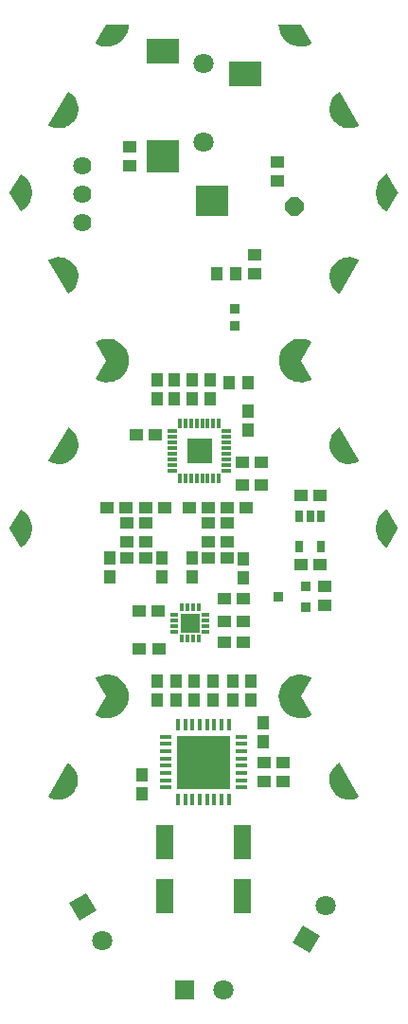
<source format=gbr>
G04 EAGLE Gerber RS-274X export*
G75*
%MOMM*%
%FSLAX34Y34*%
%LPD*%
%INSoldermask Top*%
%IPPOS*%
%AMOC8*
5,1,8,0,0,1.08239X$1,22.5*%
G01*
%ADD10R,0.901600X0.901600*%
%ADD11C,1.625600*%
%ADD12P,1.759533X8X22.500000*%
%ADD13R,1.501600X3.101600*%
%ADD14R,0.421600X1.111600*%
%ADD15R,1.111600X0.421600*%
%ADD16R,4.801600X4.801600*%
%ADD17R,0.941600X0.371600*%
%ADD18R,0.371600X0.941600*%
%ADD19R,2.201600X2.201600*%
%ADD20R,1.101600X1.201600*%
%ADD21R,1.201600X1.101600*%
%ADD22R,0.351600X0.701600*%
%ADD23R,0.701600X0.351600*%
%ADD24R,1.701600X1.701600*%
%ADD25R,0.761600X1.101600*%
%ADD26R,2.901600X2.701600*%
%ADD27R,2.901600X2.301600*%
%ADD28R,2.901600X2.901600*%
%ADD29C,1.801600*%
%ADD30R,1.801600X1.801600*%
%ADD31R,1.801600X1.801600*%
%ADD32C,1.101600*%

G36*
X87369Y130967D02*
X87369Y130967D01*
X87416Y130965D01*
X90454Y131330D01*
X90486Y131341D01*
X90532Y131346D01*
X93472Y132194D01*
X93502Y132210D01*
X93548Y132222D01*
X96314Y133531D01*
X96336Y133548D01*
X96363Y133558D01*
X96415Y133607D01*
X96473Y133650D01*
X96487Y133675D01*
X96508Y133694D01*
X96537Y133760D01*
X96573Y133822D01*
X96576Y133850D01*
X96588Y133876D01*
X96589Y133948D01*
X96598Y134019D01*
X96590Y134046D01*
X96591Y134075D01*
X96555Y134170D01*
X96544Y134210D01*
X96537Y134219D01*
X96533Y134231D01*
X87176Y150482D01*
X96533Y166733D01*
X96542Y166760D01*
X96558Y166784D01*
X96573Y166854D01*
X96596Y166922D01*
X96593Y166950D01*
X96599Y166978D01*
X96586Y167049D01*
X96580Y167120D01*
X96567Y167145D01*
X96561Y167173D01*
X96521Y167233D01*
X96488Y167296D01*
X96466Y167314D01*
X96450Y167338D01*
X96367Y167396D01*
X96335Y167423D01*
X96324Y167426D01*
X96314Y167433D01*
X93548Y168742D01*
X93515Y168750D01*
X93472Y168770D01*
X90532Y169618D01*
X90498Y169621D01*
X90454Y169634D01*
X87416Y169999D01*
X87382Y169996D01*
X87335Y170002D01*
X84278Y169875D01*
X84245Y169867D01*
X84198Y169866D01*
X81201Y169250D01*
X81170Y169237D01*
X81124Y169228D01*
X78264Y168139D01*
X78236Y168121D01*
X78192Y168105D01*
X75544Y166571D01*
X75518Y166549D01*
X75478Y166526D01*
X73110Y164588D01*
X73088Y164561D01*
X73052Y164532D01*
X71025Y162239D01*
X71009Y162210D01*
X70977Y162175D01*
X69345Y159587D01*
X69333Y159555D01*
X69308Y159516D01*
X68112Y156699D01*
X68105Y156666D01*
X68102Y156659D01*
X68098Y156653D01*
X68097Y156647D01*
X68086Y156623D01*
X67358Y153651D01*
X67356Y153617D01*
X67345Y153572D01*
X67102Y150522D01*
X67106Y150493D01*
X67101Y150465D01*
X67103Y150455D01*
X67102Y150442D01*
X67345Y147392D01*
X67354Y147360D01*
X67358Y147313D01*
X68086Y144341D01*
X68101Y144310D01*
X68112Y144265D01*
X69308Y141448D01*
X69327Y141420D01*
X69345Y141377D01*
X70977Y138789D01*
X71001Y138765D01*
X71025Y138725D01*
X73052Y136432D01*
X73079Y136412D01*
X73110Y136376D01*
X75478Y134438D01*
X75508Y134422D01*
X75544Y134393D01*
X78192Y132860D01*
X78224Y132849D01*
X78264Y132825D01*
X81124Y131737D01*
X81157Y131731D01*
X81201Y131714D01*
X84198Y131098D01*
X84232Y131098D01*
X84278Y131089D01*
X87335Y130962D01*
X87369Y130967D01*
G37*
G36*
X87115Y-169261D02*
X87115Y-169261D01*
X87162Y-169263D01*
X90200Y-168898D01*
X90232Y-168887D01*
X90278Y-168882D01*
X93218Y-168034D01*
X93248Y-168018D01*
X93294Y-168006D01*
X96060Y-166697D01*
X96082Y-166680D01*
X96109Y-166670D01*
X96161Y-166621D01*
X96219Y-166578D01*
X96233Y-166553D01*
X96254Y-166534D01*
X96283Y-166468D01*
X96319Y-166406D01*
X96322Y-166378D01*
X96334Y-166352D01*
X96335Y-166280D01*
X96344Y-166209D01*
X96336Y-166182D01*
X96337Y-166153D01*
X96301Y-166058D01*
X96290Y-166018D01*
X96283Y-166009D01*
X96279Y-165997D01*
X86922Y-149746D01*
X96279Y-133495D01*
X96288Y-133468D01*
X96304Y-133444D01*
X96319Y-133374D01*
X96342Y-133306D01*
X96339Y-133278D01*
X96345Y-133250D01*
X96332Y-133180D01*
X96326Y-133108D01*
X96313Y-133083D01*
X96307Y-133055D01*
X96267Y-132995D01*
X96234Y-132932D01*
X96212Y-132914D01*
X96196Y-132890D01*
X96113Y-132832D01*
X96081Y-132805D01*
X96070Y-132802D01*
X96060Y-132795D01*
X93294Y-131486D01*
X93261Y-131478D01*
X93218Y-131458D01*
X90278Y-130610D01*
X90244Y-130607D01*
X90200Y-130594D01*
X87162Y-130229D01*
X87128Y-130232D01*
X87081Y-130226D01*
X84024Y-130353D01*
X83991Y-130361D01*
X83944Y-130362D01*
X80947Y-130978D01*
X80916Y-130991D01*
X80870Y-131001D01*
X78010Y-132089D01*
X77982Y-132107D01*
X77938Y-132124D01*
X75290Y-133657D01*
X75264Y-133679D01*
X75224Y-133702D01*
X72856Y-135640D01*
X72834Y-135667D01*
X72798Y-135696D01*
X70771Y-137989D01*
X70755Y-138018D01*
X70723Y-138053D01*
X69091Y-140641D01*
X69079Y-140673D01*
X69054Y-140712D01*
X67858Y-143529D01*
X67851Y-143562D01*
X67848Y-143569D01*
X67844Y-143575D01*
X67843Y-143581D01*
X67832Y-143605D01*
X67104Y-146577D01*
X67102Y-146611D01*
X67091Y-146656D01*
X66848Y-149706D01*
X66852Y-149735D01*
X66847Y-149763D01*
X66849Y-149773D01*
X66848Y-149786D01*
X67091Y-152836D01*
X67100Y-152868D01*
X67104Y-152915D01*
X67832Y-155887D01*
X67847Y-155918D01*
X67858Y-155963D01*
X69054Y-158780D01*
X69073Y-158808D01*
X69091Y-158851D01*
X70723Y-161439D01*
X70747Y-161463D01*
X70771Y-161503D01*
X72798Y-163796D01*
X72825Y-163816D01*
X72856Y-163852D01*
X75224Y-165790D01*
X75254Y-165806D01*
X75290Y-165835D01*
X77938Y-167369D01*
X77970Y-167379D01*
X78010Y-167403D01*
X80870Y-168492D01*
X80903Y-168497D01*
X80947Y-168514D01*
X83944Y-169130D01*
X83978Y-169130D01*
X84024Y-169139D01*
X87081Y-169266D01*
X87115Y-169261D01*
G37*
G36*
X-84278Y131089D02*
X-84278Y131089D01*
X-84245Y131097D01*
X-84198Y131098D01*
X-81201Y131714D01*
X-81170Y131727D01*
X-81124Y131737D01*
X-78264Y132825D01*
X-78236Y132843D01*
X-78192Y132860D01*
X-75544Y134393D01*
X-75518Y134415D01*
X-75478Y134438D01*
X-73110Y136376D01*
X-73088Y136403D01*
X-73052Y136432D01*
X-71025Y138725D01*
X-71009Y138754D01*
X-70977Y138789D01*
X-69345Y141377D01*
X-69333Y141409D01*
X-69308Y141448D01*
X-68112Y144265D01*
X-68105Y144298D01*
X-68086Y144341D01*
X-67358Y147313D01*
X-67356Y147347D01*
X-67345Y147392D01*
X-67102Y150442D01*
X-67106Y150471D01*
X-67101Y150499D01*
X-67103Y150509D01*
X-67102Y150522D01*
X-67345Y153572D01*
X-67354Y153604D01*
X-67358Y153651D01*
X-68086Y156623D01*
X-68101Y156654D01*
X-68112Y156699D01*
X-69308Y159516D01*
X-69327Y159544D01*
X-69345Y159587D01*
X-70977Y162175D01*
X-71001Y162199D01*
X-71025Y162239D01*
X-73052Y164532D01*
X-73079Y164552D01*
X-73110Y164588D01*
X-75478Y166526D01*
X-75508Y166542D01*
X-75544Y166571D01*
X-78192Y168105D01*
X-78224Y168115D01*
X-78264Y168139D01*
X-81124Y169228D01*
X-81157Y169233D01*
X-81201Y169250D01*
X-84198Y169866D01*
X-84232Y169866D01*
X-84278Y169875D01*
X-87335Y170002D01*
X-87369Y169997D01*
X-87416Y169999D01*
X-90454Y169634D01*
X-90486Y169623D01*
X-90532Y169618D01*
X-93472Y168770D01*
X-93502Y168754D01*
X-93548Y168742D01*
X-96314Y167433D01*
X-96336Y167416D01*
X-96363Y167406D01*
X-96415Y167357D01*
X-96473Y167314D01*
X-96487Y167289D01*
X-96508Y167270D01*
X-96537Y167204D01*
X-96573Y167142D01*
X-96576Y167114D01*
X-96588Y167088D01*
X-96589Y167016D01*
X-96598Y166945D01*
X-96590Y166918D01*
X-96591Y166889D01*
X-96555Y166794D01*
X-96544Y166754D01*
X-96537Y166745D01*
X-96533Y166733D01*
X-87176Y150482D01*
X-96533Y134231D01*
X-96542Y134204D01*
X-96558Y134180D01*
X-96573Y134110D01*
X-96596Y134042D01*
X-96593Y134014D01*
X-96599Y133986D01*
X-96586Y133916D01*
X-96580Y133844D01*
X-96567Y133819D01*
X-96561Y133791D01*
X-96521Y133731D01*
X-96488Y133668D01*
X-96466Y133650D01*
X-96450Y133626D01*
X-96367Y133568D01*
X-96335Y133541D01*
X-96324Y133538D01*
X-96314Y133531D01*
X-93548Y132222D01*
X-93515Y132214D01*
X-93472Y132194D01*
X-90532Y131346D01*
X-90498Y131343D01*
X-90454Y131330D01*
X-87416Y130965D01*
X-87382Y130968D01*
X-87335Y130962D01*
X-84278Y131089D01*
G37*
G36*
X-84532Y-169139D02*
X-84532Y-169139D01*
X-84499Y-169131D01*
X-84452Y-169130D01*
X-81455Y-168514D01*
X-81424Y-168501D01*
X-81378Y-168492D01*
X-78518Y-167403D01*
X-78490Y-167385D01*
X-78446Y-167369D01*
X-75798Y-165835D01*
X-75772Y-165813D01*
X-75732Y-165790D01*
X-73364Y-163852D01*
X-73342Y-163825D01*
X-73306Y-163796D01*
X-71279Y-161503D01*
X-71263Y-161474D01*
X-71231Y-161439D01*
X-69599Y-158851D01*
X-69587Y-158819D01*
X-69562Y-158780D01*
X-68366Y-155963D01*
X-68359Y-155930D01*
X-68340Y-155887D01*
X-67612Y-152915D01*
X-67610Y-152881D01*
X-67599Y-152836D01*
X-67356Y-149786D01*
X-67360Y-149757D01*
X-67355Y-149729D01*
X-67357Y-149719D01*
X-67356Y-149706D01*
X-67599Y-146656D01*
X-67608Y-146624D01*
X-67612Y-146577D01*
X-68340Y-143605D01*
X-68355Y-143574D01*
X-68366Y-143529D01*
X-69562Y-140712D01*
X-69581Y-140684D01*
X-69599Y-140641D01*
X-71231Y-138053D01*
X-71255Y-138029D01*
X-71279Y-137989D01*
X-73306Y-135696D01*
X-73333Y-135676D01*
X-73364Y-135640D01*
X-75732Y-133702D01*
X-75762Y-133686D01*
X-75798Y-133657D01*
X-78446Y-132124D01*
X-78478Y-132113D01*
X-78518Y-132089D01*
X-81378Y-131001D01*
X-81411Y-130995D01*
X-81455Y-130978D01*
X-84452Y-130362D01*
X-84486Y-130362D01*
X-84532Y-130353D01*
X-87589Y-130226D01*
X-87623Y-130231D01*
X-87670Y-130229D01*
X-90708Y-130594D01*
X-90740Y-130605D01*
X-90786Y-130610D01*
X-93726Y-131458D01*
X-93756Y-131474D01*
X-93802Y-131486D01*
X-96568Y-132795D01*
X-96590Y-132812D01*
X-96617Y-132822D01*
X-96669Y-132871D01*
X-96727Y-132914D01*
X-96741Y-132939D01*
X-96762Y-132958D01*
X-96791Y-133024D01*
X-96827Y-133086D01*
X-96830Y-133114D01*
X-96842Y-133140D01*
X-96843Y-133212D01*
X-96852Y-133283D01*
X-96844Y-133310D01*
X-96845Y-133339D01*
X-96809Y-133434D01*
X-96798Y-133474D01*
X-96791Y-133483D01*
X-96787Y-133495D01*
X-87430Y-149746D01*
X-96787Y-165997D01*
X-96796Y-166024D01*
X-96812Y-166048D01*
X-96827Y-166118D01*
X-96850Y-166186D01*
X-96847Y-166214D01*
X-96853Y-166242D01*
X-96840Y-166313D01*
X-96834Y-166384D01*
X-96821Y-166409D01*
X-96815Y-166437D01*
X-96775Y-166497D01*
X-96742Y-166560D01*
X-96720Y-166578D01*
X-96704Y-166602D01*
X-96621Y-166660D01*
X-96589Y-166687D01*
X-96578Y-166690D01*
X-96568Y-166697D01*
X-93802Y-168006D01*
X-93769Y-168014D01*
X-93726Y-168034D01*
X-90786Y-168882D01*
X-90752Y-168885D01*
X-90708Y-168898D01*
X-87670Y-169263D01*
X-87636Y-169260D01*
X-87589Y-169266D01*
X-84532Y-169139D01*
G37*
G36*
X-121393Y210292D02*
X-121393Y210292D01*
X-121322Y210289D01*
X-121295Y210299D01*
X-121266Y210301D01*
X-121176Y210343D01*
X-121136Y210358D01*
X-121128Y210366D01*
X-121115Y210372D01*
X-118812Y211971D01*
X-118788Y211997D01*
X-118748Y212024D01*
X-116739Y213981D01*
X-116720Y214010D01*
X-116685Y214043D01*
X-115026Y216304D01*
X-115011Y216335D01*
X-114982Y216374D01*
X-113718Y218877D01*
X-113709Y218911D01*
X-113687Y218954D01*
X-112851Y221631D01*
X-112848Y221665D01*
X-112833Y221711D01*
X-112450Y224490D01*
X-112452Y224524D01*
X-112446Y224572D01*
X-112525Y227375D01*
X-112533Y227409D01*
X-112534Y227457D01*
X-113073Y230209D01*
X-113087Y230241D01*
X-113096Y230289D01*
X-114081Y232914D01*
X-114096Y232939D01*
X-114101Y232959D01*
X-114109Y232970D01*
X-114116Y232989D01*
X-115520Y235417D01*
X-115543Y235443D01*
X-115567Y235485D01*
X-117351Y237648D01*
X-117378Y237670D01*
X-117409Y237707D01*
X-119525Y239548D01*
X-119555Y239565D01*
X-119591Y239597D01*
X-121982Y241064D01*
X-122014Y241075D01*
X-122055Y241101D01*
X-124654Y242154D01*
X-124688Y242161D01*
X-124733Y242179D01*
X-127470Y242790D01*
X-127505Y242791D01*
X-127552Y242802D01*
X-130352Y242954D01*
X-130386Y242949D01*
X-130434Y242952D01*
X-133222Y242642D01*
X-133255Y242631D01*
X-133303Y242626D01*
X-136001Y241861D01*
X-136031Y241845D01*
X-136078Y241832D01*
X-138613Y240633D01*
X-138637Y240616D01*
X-138664Y240606D01*
X-138716Y240557D01*
X-138773Y240514D01*
X-138787Y240489D01*
X-138809Y240469D01*
X-138837Y240404D01*
X-138873Y240343D01*
X-138876Y240314D01*
X-138888Y240287D01*
X-138889Y240216D01*
X-138898Y240145D01*
X-138890Y240117D01*
X-138890Y240088D01*
X-138856Y239995D01*
X-138844Y239954D01*
X-138837Y239945D01*
X-138832Y239932D01*
X-121832Y210532D01*
X-121813Y210510D01*
X-121800Y210484D01*
X-121747Y210436D01*
X-121700Y210383D01*
X-121674Y210371D01*
X-121652Y210351D01*
X-121585Y210328D01*
X-121521Y210298D01*
X-121492Y210296D01*
X-121464Y210287D01*
X-121393Y210292D01*
G37*
G36*
X130386Y358015D02*
X130386Y358015D01*
X130434Y358012D01*
X133222Y358322D01*
X133255Y358333D01*
X133303Y358338D01*
X136001Y359103D01*
X136031Y359119D01*
X136078Y359132D01*
X138613Y360331D01*
X138637Y360348D01*
X138664Y360358D01*
X138716Y360407D01*
X138773Y360450D01*
X138787Y360475D01*
X138809Y360495D01*
X138837Y360560D01*
X138873Y360622D01*
X138876Y360650D01*
X138888Y360677D01*
X138889Y360748D01*
X138898Y360819D01*
X138890Y360847D01*
X138890Y360876D01*
X138856Y360969D01*
X138844Y361010D01*
X138837Y361019D01*
X138832Y361032D01*
X121832Y390432D01*
X121813Y390454D01*
X121800Y390480D01*
X121747Y390528D01*
X121700Y390581D01*
X121674Y390593D01*
X121652Y390613D01*
X121585Y390636D01*
X121521Y390666D01*
X121492Y390668D01*
X121464Y390677D01*
X121393Y390672D01*
X121322Y390675D01*
X121295Y390665D01*
X121266Y390663D01*
X121176Y390621D01*
X121136Y390606D01*
X121128Y390598D01*
X121115Y390592D01*
X118812Y388993D01*
X118788Y388968D01*
X118748Y388940D01*
X116739Y386983D01*
X116720Y386954D01*
X116685Y386921D01*
X115026Y384660D01*
X115011Y384629D01*
X114982Y384590D01*
X113718Y382087D01*
X113709Y382053D01*
X113687Y382010D01*
X112851Y379333D01*
X112848Y379299D01*
X112833Y379253D01*
X112450Y376474D01*
X112452Y376440D01*
X112446Y376392D01*
X112525Y373589D01*
X112533Y373555D01*
X112534Y373507D01*
X113073Y370755D01*
X113087Y370723D01*
X113096Y370675D01*
X114081Y368050D01*
X114099Y368020D01*
X114116Y367975D01*
X115520Y365547D01*
X115543Y365521D01*
X115567Y365480D01*
X117351Y363316D01*
X117378Y363294D01*
X117409Y363257D01*
X119525Y361416D01*
X119555Y361399D01*
X119591Y361368D01*
X121982Y359900D01*
X122014Y359889D01*
X122055Y359863D01*
X124654Y358810D01*
X124688Y358803D01*
X124733Y358785D01*
X127470Y358174D01*
X127505Y358173D01*
X127552Y358162D01*
X130352Y358010D01*
X130386Y358015D01*
G37*
G36*
X130386Y58015D02*
X130386Y58015D01*
X130434Y58012D01*
X133222Y58322D01*
X133255Y58333D01*
X133303Y58338D01*
X136001Y59103D01*
X136031Y59119D01*
X136078Y59132D01*
X138613Y60331D01*
X138637Y60348D01*
X138664Y60358D01*
X138716Y60407D01*
X138773Y60450D01*
X138787Y60475D01*
X138809Y60495D01*
X138837Y60560D01*
X138873Y60622D01*
X138876Y60650D01*
X138888Y60677D01*
X138889Y60748D01*
X138898Y60819D01*
X138890Y60847D01*
X138890Y60876D01*
X138856Y60969D01*
X138844Y61010D01*
X138837Y61019D01*
X138832Y61032D01*
X121832Y90432D01*
X121813Y90454D01*
X121800Y90480D01*
X121747Y90528D01*
X121700Y90581D01*
X121674Y90593D01*
X121652Y90613D01*
X121585Y90636D01*
X121521Y90666D01*
X121492Y90668D01*
X121464Y90677D01*
X121393Y90672D01*
X121322Y90675D01*
X121295Y90665D01*
X121266Y90663D01*
X121176Y90621D01*
X121136Y90606D01*
X121128Y90598D01*
X121115Y90592D01*
X118812Y88993D01*
X118788Y88968D01*
X118748Y88940D01*
X116739Y86983D01*
X116720Y86954D01*
X116685Y86921D01*
X115026Y84660D01*
X115011Y84629D01*
X114982Y84590D01*
X113718Y82087D01*
X113709Y82053D01*
X113687Y82010D01*
X112851Y79333D01*
X112848Y79299D01*
X112833Y79253D01*
X112450Y76474D01*
X112452Y76440D01*
X112446Y76392D01*
X112525Y73589D01*
X112533Y73555D01*
X112534Y73507D01*
X113073Y70755D01*
X113087Y70723D01*
X113096Y70675D01*
X114081Y68050D01*
X114099Y68020D01*
X114116Y67975D01*
X115520Y65547D01*
X115543Y65521D01*
X115567Y65480D01*
X117351Y63316D01*
X117378Y63294D01*
X117409Y63257D01*
X119525Y61416D01*
X119555Y61399D01*
X119591Y61368D01*
X121982Y59900D01*
X122014Y59889D01*
X122055Y59863D01*
X124654Y58810D01*
X124688Y58803D01*
X124733Y58785D01*
X127470Y58174D01*
X127505Y58173D01*
X127552Y58162D01*
X130352Y58010D01*
X130386Y58015D01*
G37*
G36*
X130132Y-241933D02*
X130132Y-241933D01*
X130180Y-241936D01*
X132968Y-241626D01*
X133001Y-241615D01*
X133049Y-241610D01*
X135747Y-240845D01*
X135777Y-240829D01*
X135824Y-240816D01*
X138359Y-239617D01*
X138383Y-239600D01*
X138410Y-239590D01*
X138462Y-239541D01*
X138519Y-239498D01*
X138533Y-239473D01*
X138555Y-239453D01*
X138583Y-239388D01*
X138619Y-239327D01*
X138622Y-239298D01*
X138634Y-239271D01*
X138635Y-239200D01*
X138644Y-239129D01*
X138636Y-239101D01*
X138636Y-239072D01*
X138602Y-238979D01*
X138590Y-238938D01*
X138583Y-238929D01*
X138578Y-238916D01*
X121578Y-209516D01*
X121559Y-209494D01*
X121546Y-209468D01*
X121493Y-209420D01*
X121446Y-209367D01*
X121420Y-209355D01*
X121398Y-209335D01*
X121331Y-209312D01*
X121267Y-209282D01*
X121238Y-209280D01*
X121210Y-209271D01*
X121139Y-209276D01*
X121068Y-209273D01*
X121041Y-209283D01*
X121012Y-209285D01*
X120922Y-209327D01*
X120882Y-209342D01*
X120874Y-209350D01*
X120861Y-209356D01*
X118558Y-210955D01*
X118534Y-210981D01*
X118494Y-211008D01*
X116485Y-212965D01*
X116466Y-212994D01*
X116431Y-213027D01*
X114772Y-215288D01*
X114757Y-215319D01*
X114728Y-215358D01*
X113464Y-217861D01*
X113455Y-217895D01*
X113433Y-217938D01*
X112597Y-220615D01*
X112594Y-220649D01*
X112579Y-220695D01*
X112196Y-223474D01*
X112198Y-223508D01*
X112192Y-223556D01*
X112271Y-226359D01*
X112279Y-226393D01*
X112280Y-226441D01*
X112819Y-229193D01*
X112833Y-229225D01*
X112842Y-229273D01*
X113827Y-231898D01*
X113845Y-231928D01*
X113862Y-231973D01*
X115266Y-234401D01*
X115289Y-234427D01*
X115313Y-234469D01*
X117097Y-236632D01*
X117124Y-236654D01*
X117155Y-236691D01*
X119271Y-238532D01*
X119301Y-238549D01*
X119337Y-238581D01*
X121728Y-240048D01*
X121760Y-240059D01*
X121801Y-240085D01*
X124400Y-241138D01*
X124434Y-241145D01*
X124479Y-241163D01*
X127216Y-241774D01*
X127251Y-241775D01*
X127298Y-241786D01*
X130098Y-241938D01*
X130132Y-241933D01*
G37*
G36*
X121426Y210293D02*
X121426Y210293D01*
X121497Y210292D01*
X121524Y210303D01*
X121553Y210307D01*
X121615Y210341D01*
X121680Y210369D01*
X121701Y210390D01*
X121726Y210404D01*
X121789Y210480D01*
X121819Y210511D01*
X121823Y210521D01*
X121832Y210532D01*
X138832Y239932D01*
X138841Y239960D01*
X138858Y239984D01*
X138873Y240053D01*
X138895Y240121D01*
X138893Y240150D01*
X138899Y240178D01*
X138886Y240248D01*
X138880Y240319D01*
X138867Y240345D01*
X138861Y240373D01*
X138821Y240432D01*
X138789Y240495D01*
X138766Y240514D01*
X138750Y240538D01*
X138668Y240595D01*
X138635Y240622D01*
X138625Y240625D01*
X138613Y240633D01*
X136078Y241832D01*
X136044Y241840D01*
X136001Y241861D01*
X133303Y242626D01*
X133268Y242628D01*
X133222Y242642D01*
X130434Y242952D01*
X130400Y242949D01*
X130352Y242954D01*
X127552Y242802D01*
X127518Y242793D01*
X127470Y242790D01*
X124733Y242179D01*
X124701Y242165D01*
X124654Y242154D01*
X122055Y241101D01*
X122026Y241082D01*
X121982Y241064D01*
X119591Y239597D01*
X119566Y239573D01*
X119525Y239548D01*
X117409Y237707D01*
X117388Y237680D01*
X117351Y237648D01*
X115567Y235485D01*
X115551Y235454D01*
X115520Y235417D01*
X114116Y232989D01*
X114105Y232956D01*
X114098Y232943D01*
X114088Y232929D01*
X114088Y232926D01*
X114081Y232914D01*
X113096Y230289D01*
X113090Y230254D01*
X113073Y230209D01*
X112534Y227457D01*
X112534Y227423D01*
X112525Y227375D01*
X112446Y224572D01*
X112452Y224538D01*
X112450Y224490D01*
X112833Y221711D01*
X112845Y221679D01*
X112851Y221631D01*
X113687Y218954D01*
X113704Y218923D01*
X113718Y218877D01*
X114982Y216374D01*
X115004Y216347D01*
X115026Y216304D01*
X116685Y214043D01*
X116711Y214020D01*
X116739Y213981D01*
X118748Y212024D01*
X118777Y212005D01*
X118812Y211971D01*
X121115Y210372D01*
X121142Y210360D01*
X121165Y210342D01*
X121233Y210321D01*
X121298Y210293D01*
X121327Y210293D01*
X121355Y210285D01*
X121426Y210293D01*
G37*
G36*
X-127552Y358162D02*
X-127552Y358162D01*
X-127518Y358171D01*
X-127470Y358174D01*
X-124733Y358785D01*
X-124701Y358799D01*
X-124654Y358810D01*
X-122055Y359863D01*
X-122026Y359882D01*
X-121982Y359900D01*
X-119591Y361368D01*
X-119566Y361391D01*
X-119525Y361416D01*
X-117409Y363257D01*
X-117388Y363284D01*
X-117351Y363316D01*
X-115567Y365480D01*
X-115551Y365510D01*
X-115520Y365547D01*
X-114116Y367975D01*
X-114105Y368008D01*
X-114081Y368050D01*
X-113096Y370675D01*
X-113090Y370710D01*
X-113073Y370755D01*
X-112534Y373507D01*
X-112534Y373542D01*
X-112525Y373589D01*
X-112446Y376392D01*
X-112452Y376426D01*
X-112450Y376474D01*
X-112833Y379253D01*
X-112845Y379285D01*
X-112851Y379333D01*
X-113687Y382010D01*
X-113704Y382041D01*
X-113718Y382087D01*
X-114982Y384590D01*
X-115004Y384617D01*
X-115026Y384660D01*
X-116685Y386921D01*
X-116711Y386944D01*
X-116739Y386983D01*
X-118748Y388940D01*
X-118777Y388959D01*
X-118812Y388993D01*
X-121115Y390592D01*
X-121142Y390604D01*
X-121165Y390622D01*
X-121233Y390643D01*
X-121298Y390671D01*
X-121327Y390671D01*
X-121355Y390679D01*
X-121426Y390671D01*
X-121497Y390672D01*
X-121524Y390661D01*
X-121553Y390657D01*
X-121615Y390623D01*
X-121680Y390595D01*
X-121701Y390574D01*
X-121726Y390560D01*
X-121789Y390484D01*
X-121819Y390453D01*
X-121823Y390443D01*
X-121832Y390432D01*
X-138832Y361032D01*
X-138841Y361004D01*
X-138858Y360980D01*
X-138873Y360911D01*
X-138895Y360843D01*
X-138893Y360814D01*
X-138899Y360786D01*
X-138886Y360716D01*
X-138880Y360645D01*
X-138867Y360619D01*
X-138861Y360591D01*
X-138821Y360532D01*
X-138789Y360469D01*
X-138766Y360450D01*
X-138750Y360426D01*
X-138668Y360369D01*
X-138635Y360342D01*
X-138625Y360339D01*
X-138613Y360331D01*
X-136078Y359132D01*
X-136044Y359124D01*
X-136001Y359103D01*
X-133303Y358338D01*
X-133268Y358336D01*
X-133222Y358322D01*
X-130434Y358012D01*
X-130400Y358015D01*
X-130352Y358010D01*
X-127552Y358162D01*
G37*
G36*
X-127552Y58162D02*
X-127552Y58162D01*
X-127518Y58171D01*
X-127470Y58174D01*
X-124733Y58785D01*
X-124701Y58799D01*
X-124654Y58810D01*
X-122055Y59863D01*
X-122026Y59882D01*
X-121982Y59900D01*
X-119591Y61368D01*
X-119566Y61391D01*
X-119525Y61416D01*
X-117409Y63257D01*
X-117388Y63284D01*
X-117351Y63316D01*
X-115567Y65480D01*
X-115551Y65510D01*
X-115520Y65547D01*
X-114116Y67975D01*
X-114105Y68008D01*
X-114081Y68050D01*
X-113096Y70675D01*
X-113090Y70710D01*
X-113073Y70755D01*
X-112534Y73507D01*
X-112534Y73542D01*
X-112525Y73589D01*
X-112446Y76392D01*
X-112452Y76426D01*
X-112450Y76474D01*
X-112833Y79253D01*
X-112845Y79285D01*
X-112851Y79333D01*
X-113687Y82010D01*
X-113704Y82041D01*
X-113718Y82087D01*
X-114982Y84590D01*
X-115004Y84617D01*
X-115026Y84660D01*
X-116685Y86921D01*
X-116711Y86944D01*
X-116739Y86983D01*
X-118748Y88940D01*
X-118777Y88959D01*
X-118812Y88993D01*
X-121115Y90592D01*
X-121142Y90604D01*
X-121165Y90622D01*
X-121233Y90643D01*
X-121298Y90671D01*
X-121327Y90671D01*
X-121355Y90679D01*
X-121426Y90671D01*
X-121497Y90672D01*
X-121524Y90661D01*
X-121553Y90657D01*
X-121615Y90623D01*
X-121680Y90595D01*
X-121701Y90574D01*
X-121726Y90560D01*
X-121789Y90484D01*
X-121819Y90453D01*
X-121823Y90443D01*
X-121832Y90432D01*
X-138832Y61032D01*
X-138841Y61004D01*
X-138858Y60980D01*
X-138873Y60911D01*
X-138895Y60843D01*
X-138893Y60814D01*
X-138899Y60786D01*
X-138886Y60716D01*
X-138880Y60645D01*
X-138867Y60619D01*
X-138861Y60591D01*
X-138821Y60532D01*
X-138789Y60469D01*
X-138766Y60450D01*
X-138750Y60426D01*
X-138668Y60369D01*
X-138635Y60342D01*
X-138625Y60339D01*
X-138613Y60331D01*
X-136078Y59132D01*
X-136044Y59124D01*
X-136001Y59103D01*
X-133303Y58338D01*
X-133268Y58336D01*
X-133222Y58322D01*
X-130434Y58012D01*
X-130400Y58015D01*
X-130352Y58010D01*
X-127552Y58162D01*
G37*
G36*
X-127806Y-241786D02*
X-127806Y-241786D01*
X-127772Y-241777D01*
X-127724Y-241774D01*
X-124987Y-241163D01*
X-124955Y-241149D01*
X-124908Y-241138D01*
X-122309Y-240085D01*
X-122280Y-240066D01*
X-122236Y-240048D01*
X-119845Y-238581D01*
X-119820Y-238557D01*
X-119779Y-238532D01*
X-117663Y-236691D01*
X-117642Y-236664D01*
X-117605Y-236632D01*
X-115821Y-234469D01*
X-115805Y-234438D01*
X-115774Y-234401D01*
X-114370Y-231973D01*
X-114359Y-231940D01*
X-114335Y-231898D01*
X-113350Y-229273D01*
X-113344Y-229238D01*
X-113327Y-229193D01*
X-112788Y-226441D01*
X-112788Y-226407D01*
X-112779Y-226359D01*
X-112700Y-223556D01*
X-112706Y-223522D01*
X-112704Y-223474D01*
X-113087Y-220695D01*
X-113099Y-220663D01*
X-113105Y-220615D01*
X-113941Y-217938D01*
X-113958Y-217907D01*
X-113972Y-217861D01*
X-115236Y-215358D01*
X-115258Y-215331D01*
X-115280Y-215288D01*
X-116939Y-213027D01*
X-116965Y-213004D01*
X-116993Y-212965D01*
X-119002Y-211008D01*
X-119031Y-210989D01*
X-119066Y-210955D01*
X-121369Y-209356D01*
X-121396Y-209344D01*
X-121419Y-209326D01*
X-121487Y-209305D01*
X-121552Y-209277D01*
X-121581Y-209277D01*
X-121609Y-209269D01*
X-121680Y-209277D01*
X-121751Y-209276D01*
X-121778Y-209287D01*
X-121807Y-209291D01*
X-121869Y-209325D01*
X-121934Y-209353D01*
X-121955Y-209374D01*
X-121980Y-209388D01*
X-122043Y-209464D01*
X-122073Y-209495D01*
X-122077Y-209505D01*
X-122086Y-209516D01*
X-139086Y-238916D01*
X-139095Y-238944D01*
X-139112Y-238968D01*
X-139127Y-239037D01*
X-139149Y-239105D01*
X-139147Y-239134D01*
X-139153Y-239162D01*
X-139140Y-239232D01*
X-139134Y-239303D01*
X-139121Y-239329D01*
X-139115Y-239357D01*
X-139075Y-239416D01*
X-139043Y-239479D01*
X-139020Y-239498D01*
X-139004Y-239522D01*
X-138922Y-239579D01*
X-138889Y-239606D01*
X-138879Y-239609D01*
X-138867Y-239617D01*
X-136332Y-240816D01*
X-136298Y-240824D01*
X-136255Y-240845D01*
X-133557Y-241610D01*
X-133522Y-241612D01*
X-133476Y-241626D01*
X-130688Y-241936D01*
X-130654Y-241933D01*
X-130606Y-241938D01*
X-127806Y-241786D01*
G37*
G36*
X163727Y283493D02*
X163727Y283493D01*
X163798Y283493D01*
X163825Y283504D01*
X163854Y283507D01*
X163916Y283542D01*
X163981Y283570D01*
X164002Y283590D01*
X164027Y283605D01*
X164090Y283682D01*
X164120Y283712D01*
X164124Y283722D01*
X164133Y283733D01*
X173633Y300233D01*
X173643Y300265D01*
X173652Y300278D01*
X173656Y300302D01*
X173657Y300306D01*
X173688Y300376D01*
X173688Y300400D01*
X173696Y300422D01*
X173690Y300498D01*
X173691Y300575D01*
X173681Y300599D01*
X173680Y300620D01*
X173659Y300659D01*
X173633Y300731D01*
X164133Y317231D01*
X164114Y317253D01*
X164101Y317279D01*
X164048Y317327D01*
X164001Y317380D01*
X163975Y317393D01*
X163954Y317412D01*
X163886Y317435D01*
X163822Y317466D01*
X163793Y317468D01*
X163766Y317477D01*
X163694Y317472D01*
X163623Y317475D01*
X163596Y317465D01*
X163567Y317463D01*
X163477Y317421D01*
X163437Y317406D01*
X163429Y317399D01*
X163416Y317393D01*
X160893Y315651D01*
X160869Y315627D01*
X160831Y315600D01*
X158619Y313476D01*
X158600Y313448D01*
X158566Y313416D01*
X156724Y310965D01*
X156710Y310934D01*
X156681Y310897D01*
X155256Y308182D01*
X155247Y308151D01*
X155231Y308126D01*
X155230Y308118D01*
X155225Y308108D01*
X154254Y305200D01*
X154250Y305166D01*
X154235Y305122D01*
X153743Y302095D01*
X153744Y302061D01*
X153736Y302015D01*
X153736Y298949D01*
X153737Y298945D01*
X153737Y298943D01*
X153743Y298916D01*
X153743Y298869D01*
X154235Y295842D01*
X154247Y295811D01*
X154254Y295764D01*
X155225Y292856D01*
X155242Y292827D01*
X155256Y292782D01*
X156681Y290067D01*
X156703Y290041D01*
X156724Y289999D01*
X158566Y287548D01*
X158591Y287525D01*
X158619Y287488D01*
X160831Y285364D01*
X160859Y285346D01*
X160893Y285313D01*
X163416Y283571D01*
X163443Y283560D01*
X163465Y283541D01*
X163534Y283521D01*
X163599Y283493D01*
X163628Y283493D01*
X163656Y283485D01*
X163727Y283493D01*
G37*
G36*
X163727Y-16507D02*
X163727Y-16507D01*
X163798Y-16508D01*
X163825Y-16496D01*
X163854Y-16493D01*
X163916Y-16458D01*
X163981Y-16430D01*
X164002Y-16410D01*
X164027Y-16395D01*
X164090Y-16318D01*
X164120Y-16288D01*
X164124Y-16278D01*
X164133Y-16267D01*
X173633Y233D01*
X173643Y265D01*
X173652Y278D01*
X173656Y302D01*
X173657Y306D01*
X173688Y376D01*
X173688Y400D01*
X173696Y422D01*
X173690Y498D01*
X173691Y575D01*
X173681Y599D01*
X173680Y620D01*
X173659Y659D01*
X173633Y731D01*
X164133Y17231D01*
X164114Y17253D01*
X164101Y17279D01*
X164048Y17327D01*
X164001Y17380D01*
X163975Y17393D01*
X163954Y17412D01*
X163886Y17435D01*
X163822Y17466D01*
X163793Y17468D01*
X163766Y17477D01*
X163694Y17472D01*
X163623Y17475D01*
X163596Y17465D01*
X163567Y17463D01*
X163477Y17421D01*
X163437Y17406D01*
X163429Y17399D01*
X163416Y17393D01*
X160893Y15651D01*
X160869Y15627D01*
X160831Y15600D01*
X158619Y13476D01*
X158600Y13448D01*
X158566Y13416D01*
X156724Y10965D01*
X156710Y10934D01*
X156681Y10897D01*
X155256Y8182D01*
X155247Y8151D01*
X155231Y8126D01*
X155230Y8118D01*
X155225Y8108D01*
X154254Y5200D01*
X154250Y5166D01*
X154235Y5122D01*
X153743Y2095D01*
X153744Y2061D01*
X153736Y2015D01*
X153736Y-1051D01*
X153737Y-1055D01*
X153737Y-1057D01*
X153743Y-1084D01*
X153743Y-1131D01*
X154235Y-4158D01*
X154247Y-4189D01*
X154254Y-4236D01*
X155225Y-7144D01*
X155242Y-7174D01*
X155256Y-7218D01*
X156681Y-9933D01*
X156703Y-9959D01*
X156724Y-10001D01*
X158566Y-12452D01*
X158591Y-12475D01*
X158619Y-12512D01*
X160831Y-14636D01*
X160859Y-14654D01*
X160893Y-14687D01*
X163416Y-16429D01*
X163443Y-16440D01*
X163465Y-16459D01*
X163534Y-16479D01*
X163599Y-16507D01*
X163628Y-16507D01*
X163656Y-16515D01*
X163727Y-16507D01*
G37*
G36*
X-163694Y283492D02*
X-163694Y283492D01*
X-163623Y283489D01*
X-163596Y283499D01*
X-163567Y283501D01*
X-163477Y283543D01*
X-163437Y283558D01*
X-163429Y283565D01*
X-163416Y283571D01*
X-160893Y285313D01*
X-160869Y285337D01*
X-160831Y285364D01*
X-158619Y287488D01*
X-158600Y287516D01*
X-158566Y287548D01*
X-156724Y289999D01*
X-156710Y290030D01*
X-156681Y290067D01*
X-155256Y292782D01*
X-155247Y292815D01*
X-155225Y292856D01*
X-154254Y295764D01*
X-154250Y295798D01*
X-154235Y295842D01*
X-153743Y298869D01*
X-153744Y298903D01*
X-153736Y298949D01*
X-153736Y302015D01*
X-153743Y302048D01*
X-153743Y302095D01*
X-154235Y305122D01*
X-154247Y305153D01*
X-154254Y305200D01*
X-155225Y308108D01*
X-155238Y308131D01*
X-155244Y308156D01*
X-155251Y308165D01*
X-155256Y308182D01*
X-156681Y310897D01*
X-156703Y310923D01*
X-156724Y310965D01*
X-158566Y313416D01*
X-158591Y313439D01*
X-158619Y313476D01*
X-160831Y315600D01*
X-160859Y315618D01*
X-160893Y315651D01*
X-163416Y317393D01*
X-163443Y317404D01*
X-163465Y317423D01*
X-163534Y317443D01*
X-163599Y317471D01*
X-163628Y317471D01*
X-163656Y317479D01*
X-163727Y317471D01*
X-163798Y317472D01*
X-163825Y317460D01*
X-163854Y317457D01*
X-163916Y317422D01*
X-163981Y317394D01*
X-164002Y317374D01*
X-164027Y317359D01*
X-164090Y317282D01*
X-164120Y317252D01*
X-164124Y317242D01*
X-164133Y317231D01*
X-173633Y300731D01*
X-173657Y300658D01*
X-173688Y300588D01*
X-173688Y300564D01*
X-173696Y300542D01*
X-173690Y300466D01*
X-173691Y300389D01*
X-173681Y300365D01*
X-173680Y300344D01*
X-173659Y300305D01*
X-173640Y300253D01*
X-173639Y300247D01*
X-173637Y300245D01*
X-173633Y300233D01*
X-164133Y283733D01*
X-164114Y283711D01*
X-164101Y283685D01*
X-164048Y283637D01*
X-164001Y283584D01*
X-163975Y283571D01*
X-163954Y283552D01*
X-163886Y283529D01*
X-163822Y283498D01*
X-163793Y283497D01*
X-163766Y283487D01*
X-163694Y283492D01*
G37*
G36*
X-163694Y-16508D02*
X-163694Y-16508D01*
X-163623Y-16511D01*
X-163596Y-16501D01*
X-163567Y-16499D01*
X-163477Y-16457D01*
X-163437Y-16442D01*
X-163429Y-16435D01*
X-163416Y-16429D01*
X-160893Y-14687D01*
X-160869Y-14663D01*
X-160831Y-14636D01*
X-158619Y-12512D01*
X-158600Y-12484D01*
X-158566Y-12452D01*
X-156724Y-10001D01*
X-156710Y-9970D01*
X-156681Y-9933D01*
X-155256Y-7218D01*
X-155247Y-7185D01*
X-155225Y-7144D01*
X-154254Y-4236D01*
X-154250Y-4202D01*
X-154235Y-4158D01*
X-153743Y-1131D01*
X-153744Y-1097D01*
X-153736Y-1051D01*
X-153736Y2015D01*
X-153743Y2048D01*
X-153743Y2095D01*
X-154235Y5122D01*
X-154247Y5153D01*
X-154254Y5200D01*
X-155225Y8108D01*
X-155238Y8131D01*
X-155244Y8156D01*
X-155251Y8165D01*
X-155256Y8182D01*
X-156681Y10897D01*
X-156703Y10923D01*
X-156724Y10965D01*
X-158566Y13416D01*
X-158591Y13439D01*
X-158619Y13476D01*
X-160831Y15600D01*
X-160859Y15618D01*
X-160893Y15651D01*
X-163416Y17393D01*
X-163443Y17404D01*
X-163465Y17423D01*
X-163534Y17443D01*
X-163599Y17471D01*
X-163628Y17471D01*
X-163656Y17479D01*
X-163727Y17471D01*
X-163798Y17472D01*
X-163825Y17460D01*
X-163854Y17457D01*
X-163916Y17422D01*
X-163981Y17394D01*
X-164002Y17374D01*
X-164027Y17359D01*
X-164090Y17282D01*
X-164120Y17252D01*
X-164124Y17242D01*
X-164133Y17231D01*
X-173633Y731D01*
X-173657Y658D01*
X-173688Y588D01*
X-173688Y564D01*
X-173696Y542D01*
X-173690Y466D01*
X-173691Y389D01*
X-173681Y365D01*
X-173680Y344D01*
X-173659Y305D01*
X-173640Y253D01*
X-173639Y247D01*
X-173637Y245D01*
X-173633Y233D01*
X-164133Y-16267D01*
X-164114Y-16289D01*
X-164101Y-16315D01*
X-164048Y-16363D01*
X-164001Y-16416D01*
X-163975Y-16429D01*
X-163954Y-16448D01*
X-163886Y-16471D01*
X-163822Y-16502D01*
X-163793Y-16504D01*
X-163766Y-16513D01*
X-163694Y-16508D01*
G37*
G36*
X87115Y430993D02*
X87115Y430993D01*
X87162Y430991D01*
X90200Y431356D01*
X90232Y431367D01*
X90278Y431372D01*
X93218Y432220D01*
X93248Y432236D01*
X93294Y432248D01*
X96060Y433557D01*
X96082Y433574D01*
X96109Y433584D01*
X96161Y433633D01*
X96219Y433676D01*
X96233Y433701D01*
X96254Y433720D01*
X96283Y433786D01*
X96319Y433848D01*
X96322Y433876D01*
X96334Y433902D01*
X96335Y433974D01*
X96344Y434045D01*
X96336Y434072D01*
X96337Y434101D01*
X96301Y434196D01*
X96290Y434236D01*
X96283Y434245D01*
X96279Y434257D01*
X86779Y450757D01*
X86727Y450816D01*
X86681Y450878D01*
X86662Y450889D01*
X86647Y450906D01*
X86577Y450940D01*
X86510Y450980D01*
X86486Y450984D01*
X86468Y450992D01*
X86423Y450994D01*
X86346Y451007D01*
X67346Y451007D01*
X67318Y451002D01*
X67290Y451004D01*
X67222Y450982D01*
X67151Y450968D01*
X67128Y450952D01*
X67101Y450943D01*
X67046Y450896D01*
X66987Y450855D01*
X66972Y450831D01*
X66951Y450813D01*
X66919Y450748D01*
X66880Y450688D01*
X66875Y450660D01*
X66863Y450634D01*
X66854Y450533D01*
X66847Y450491D01*
X66849Y450481D01*
X66848Y450468D01*
X67091Y447418D01*
X67100Y447386D01*
X67104Y447339D01*
X67832Y444367D01*
X67847Y444336D01*
X67858Y444291D01*
X69054Y441474D01*
X69073Y441446D01*
X69091Y441403D01*
X70723Y438815D01*
X70747Y438791D01*
X70771Y438751D01*
X72798Y436458D01*
X72825Y436438D01*
X72856Y436402D01*
X75224Y434464D01*
X75254Y434448D01*
X75290Y434419D01*
X77938Y432886D01*
X77970Y432875D01*
X78010Y432851D01*
X80870Y431763D01*
X80903Y431757D01*
X80947Y431740D01*
X83944Y431124D01*
X83978Y431124D01*
X84024Y431115D01*
X87081Y430988D01*
X87115Y430993D01*
G37*
G36*
X-84532Y431115D02*
X-84532Y431115D01*
X-84499Y431123D01*
X-84452Y431124D01*
X-81455Y431740D01*
X-81424Y431753D01*
X-81378Y431763D01*
X-78518Y432851D01*
X-78490Y432869D01*
X-78446Y432886D01*
X-75798Y434419D01*
X-75772Y434441D01*
X-75732Y434464D01*
X-73364Y436402D01*
X-73342Y436429D01*
X-73306Y436458D01*
X-71279Y438751D01*
X-71263Y438780D01*
X-71231Y438815D01*
X-69599Y441403D01*
X-69587Y441435D01*
X-69562Y441474D01*
X-68366Y444291D01*
X-68359Y444324D01*
X-68340Y444367D01*
X-67612Y447339D01*
X-67610Y447373D01*
X-67599Y447418D01*
X-67356Y450468D01*
X-67360Y450497D01*
X-67355Y450525D01*
X-67372Y450594D01*
X-67380Y450666D01*
X-67395Y450690D01*
X-67401Y450718D01*
X-67444Y450776D01*
X-67480Y450838D01*
X-67502Y450855D01*
X-67519Y450878D01*
X-67581Y450915D01*
X-67638Y450958D01*
X-67666Y450965D01*
X-67690Y450980D01*
X-67790Y450996D01*
X-67831Y451007D01*
X-67841Y451005D01*
X-67854Y451007D01*
X-86854Y451007D01*
X-86930Y450992D01*
X-87008Y450983D01*
X-87027Y450972D01*
X-87049Y450968D01*
X-87113Y450924D01*
X-87181Y450885D01*
X-87197Y450866D01*
X-87213Y450855D01*
X-87237Y450817D01*
X-87287Y450757D01*
X-96787Y434257D01*
X-96796Y434230D01*
X-96812Y434206D01*
X-96827Y434136D01*
X-96850Y434068D01*
X-96847Y434040D01*
X-96853Y434012D01*
X-96840Y433942D01*
X-96834Y433870D01*
X-96821Y433845D01*
X-96815Y433817D01*
X-96775Y433757D01*
X-96742Y433694D01*
X-96720Y433676D01*
X-96704Y433652D01*
X-96621Y433594D01*
X-96589Y433567D01*
X-96578Y433564D01*
X-96568Y433557D01*
X-93802Y432248D01*
X-93769Y432240D01*
X-93726Y432220D01*
X-90786Y431372D01*
X-90752Y431369D01*
X-90708Y431356D01*
X-87670Y430991D01*
X-87636Y430994D01*
X-87589Y430988D01*
X-84532Y431115D01*
G37*
D10*
X27686Y181794D03*
X27686Y196794D03*
D11*
X-108712Y324834D03*
X-108712Y299434D03*
X-108712Y274034D03*
D12*
X81153Y288512D03*
D13*
X34449Y-327943D03*
X34449Y-279943D03*
X-35243Y-327816D03*
X-35243Y-279816D03*
D14*
X22242Y-174934D03*
X15742Y-174934D03*
X9242Y-174934D03*
X2742Y-174934D03*
X-3758Y-174934D03*
X-10258Y-174934D03*
X-16758Y-174934D03*
X-23258Y-174934D03*
X-23258Y-242134D03*
X-16758Y-242134D03*
X-10258Y-242134D03*
X-3758Y-242134D03*
X2742Y-242134D03*
X9242Y-242134D03*
X15742Y-242134D03*
X22242Y-242134D03*
D15*
X33092Y-231284D03*
X33092Y-224784D03*
X33092Y-218284D03*
X33092Y-211784D03*
X33092Y-205284D03*
X33092Y-198784D03*
X33092Y-192284D03*
X33092Y-185784D03*
X-34108Y-185784D03*
X-34108Y-192284D03*
X-34108Y-198784D03*
X-34108Y-205284D03*
X-34108Y-211784D03*
X-34108Y-218284D03*
X-34108Y-224784D03*
X-34108Y-231284D03*
D16*
X-508Y-208534D03*
D17*
X-28414Y87096D03*
X-28414Y82096D03*
X-28414Y77096D03*
X-28414Y72096D03*
X-28414Y67096D03*
X-28414Y62096D03*
X-28414Y57096D03*
X-28414Y52096D03*
X20286Y52096D03*
X20286Y57096D03*
X20286Y62096D03*
X20286Y67096D03*
X20286Y72096D03*
X20286Y77096D03*
X20286Y82096D03*
X20286Y87096D03*
D18*
X13436Y93946D03*
X8436Y93946D03*
X3436Y93946D03*
X-1564Y93946D03*
X-6564Y93946D03*
X-11564Y93946D03*
X-16564Y93946D03*
X-21564Y93946D03*
X-21564Y45246D03*
X-16564Y45246D03*
X-11564Y45246D03*
X-6564Y45246D03*
X-1564Y45246D03*
X3436Y45246D03*
X8436Y45246D03*
X13436Y45246D03*
D19*
X-4064Y69596D03*
D20*
X-10668Y133468D03*
X-10668Y116468D03*
X-42164Y133468D03*
X-42164Y116468D03*
X-26416Y133468D03*
X-26416Y116468D03*
X22742Y130810D03*
X39742Y130810D03*
D21*
X-60570Y84328D03*
X-43570Y84328D03*
D20*
X5588Y133468D03*
X5588Y116468D03*
D21*
X51680Y39370D03*
X34680Y39370D03*
D20*
X39624Y105274D03*
X39624Y88274D03*
D21*
X51680Y59436D03*
X34680Y59436D03*
X45720Y245228D03*
X45720Y228228D03*
D20*
X11820Y227838D03*
X28820Y227838D03*
D21*
X53730Y-226060D03*
X70730Y-226060D03*
D20*
X-55372Y-236846D03*
X-55372Y-219846D03*
X53086Y-173110D03*
X53086Y-190110D03*
D21*
X70730Y-208788D03*
X53730Y-208788D03*
D20*
X-8636Y-153026D03*
X-8636Y-136026D03*
X7874Y-153026D03*
X7874Y-136026D03*
X35306Y-26552D03*
X35306Y-43552D03*
D21*
X20574Y5452D03*
X20574Y-11548D03*
D20*
X-10668Y-26298D03*
X-10668Y-43298D03*
D21*
X3692Y-26162D03*
X20692Y-26162D03*
X3810Y5452D03*
X3810Y-11548D03*
X-13072Y19304D03*
X3928Y19304D03*
X37710Y19304D03*
X20710Y19304D03*
D20*
X-84328Y-26044D03*
X-84328Y-43044D03*
D21*
X-69342Y5198D03*
X-69342Y-11802D03*
D20*
X-37592Y-26298D03*
X-37592Y-43298D03*
D21*
X-52206Y-25908D03*
X-69206Y-25908D03*
X-51816Y5198D03*
X-51816Y-11802D03*
X-34680Y19050D03*
X-51680Y19050D03*
X-86478Y19050D03*
X-69478Y19050D03*
D22*
X-4946Y-70328D03*
X-9946Y-70328D03*
X-14946Y-70328D03*
X-19946Y-70328D03*
D23*
X-26446Y-76828D03*
X-26446Y-81828D03*
X-26446Y-86828D03*
X-26446Y-91828D03*
D22*
X-19946Y-98328D03*
X-14946Y-98328D03*
X-9946Y-98328D03*
X-4946Y-98328D03*
D23*
X1554Y-91828D03*
X1554Y-86828D03*
X1554Y-81828D03*
X1554Y-76828D03*
D24*
X-12446Y-84328D03*
D10*
X90740Y-70206D03*
X90740Y-51206D03*
X66740Y-60706D03*
D21*
X-58030Y-73152D03*
X-41030Y-73152D03*
X35424Y-101600D03*
X18424Y-101600D03*
D25*
X104496Y10864D03*
X94996Y10864D03*
X85496Y10864D03*
X85496Y-15436D03*
X104496Y-15436D03*
D21*
X86496Y-32004D03*
X103496Y-32004D03*
X87004Y30226D03*
X104004Y30226D03*
X18424Y-83058D03*
X35424Y-83058D03*
X-66040Y324240D03*
X-66040Y341240D03*
D26*
X7500Y292798D03*
D27*
X37000Y406798D03*
X-37000Y426798D03*
D28*
X-37000Y332798D03*
D29*
X0Y415798D03*
X0Y345798D03*
D21*
X35424Y-62484D03*
X18424Y-62484D03*
X-57522Y-107442D03*
X-40522Y-107442D03*
X65278Y328286D03*
X65278Y311286D03*
D20*
X25654Y-136026D03*
X25654Y-153026D03*
X41910Y-136026D03*
X41910Y-153026D03*
X-41656Y-136026D03*
X-41656Y-153026D03*
X-25146Y-136026D03*
X-25146Y-153026D03*
D21*
X108204Y-68698D03*
X108204Y-51698D03*
D30*
X-17500Y-411726D03*
D29*
X17500Y-411726D03*
D31*
G36*
X103810Y-363390D02*
X94802Y-378992D01*
X79200Y-369984D01*
X88208Y-354382D01*
X103810Y-363390D01*
G37*
D29*
X109005Y-336377D03*
D31*
G36*
X-111540Y-349952D02*
X-120548Y-334350D01*
X-104946Y-325342D01*
X-95938Y-340944D01*
X-111540Y-349952D01*
G37*
D29*
X-90743Y-367957D03*
D32*
X165200Y300482D03*
X77520Y149762D03*
X-77520Y149762D03*
X-165200Y300482D03*
X123900Y371982D03*
X123900Y228982D03*
X-123900Y228982D03*
X-123900Y371982D03*
X165200Y482D03*
X-165200Y482D03*
X123900Y71982D03*
X-123900Y71982D03*
X77266Y-150466D03*
X-77774Y-150466D03*
X-82854Y443608D03*
X82346Y443608D03*
X-124154Y-227966D03*
X123646Y-227966D03*
M02*

</source>
